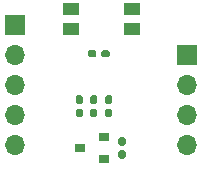
<source format=gbr>
%TF.GenerationSoftware,KiCad,Pcbnew,(5.1.7-0-10_14)*%
%TF.CreationDate,2020-11-09T11:56:13+00:00*%
%TF.ProjectId,STM32G031J6_Breakout,53544d33-3247-4303-9331-4a365f427265,rev?*%
%TF.SameCoordinates,Original*%
%TF.FileFunction,Soldermask,Bot*%
%TF.FilePolarity,Negative*%
%FSLAX46Y46*%
G04 Gerber Fmt 4.6, Leading zero omitted, Abs format (unit mm)*
G04 Created by KiCad (PCBNEW (5.1.7-0-10_14)) date 2020-11-09 11:56:13*
%MOMM*%
%LPD*%
G01*
G04 APERTURE LIST*
%ADD10O,1.700000X1.700000*%
%ADD11R,1.700000X1.700000*%
%ADD12R,0.900000X0.800000*%
%ADD13R,1.450000X1.000000*%
G04 APERTURE END LIST*
D10*
%TO.C,J4*%
X144780000Y-101600000D03*
X144780000Y-99060000D03*
X144780000Y-96520000D03*
D11*
X144780000Y-93980000D03*
%TD*%
D10*
%TO.C,J1*%
X130175000Y-101600000D03*
X130175000Y-99060000D03*
X130175000Y-96520000D03*
X130175000Y-93980000D03*
D11*
X130175000Y-91440000D03*
%TD*%
D12*
%TO.C,U1*%
X135715500Y-101828600D03*
X137715500Y-102778600D03*
X137715500Y-100878600D03*
%TD*%
D13*
%TO.C,SW1*%
X134902500Y-90082000D03*
X140052500Y-90082000D03*
X140052500Y-91782000D03*
X134902500Y-91782000D03*
%TD*%
%TO.C,C5*%
G36*
G01*
X137487000Y-94008000D02*
X137487000Y-93698000D01*
G75*
G02*
X137642000Y-93543000I155000J0D01*
G01*
X138067000Y-93543000D01*
G75*
G02*
X138222000Y-93698000I0J-155000D01*
G01*
X138222000Y-94008000D01*
G75*
G02*
X138067000Y-94163000I-155000J0D01*
G01*
X137642000Y-94163000D01*
G75*
G02*
X137487000Y-94008000I0J155000D01*
G01*
G37*
G36*
G01*
X136352000Y-94008000D02*
X136352000Y-93698000D01*
G75*
G02*
X136507000Y-93543000I155000J0D01*
G01*
X136932000Y-93543000D01*
G75*
G02*
X137087000Y-93698000I0J-155000D01*
G01*
X137087000Y-94008000D01*
G75*
G02*
X136932000Y-94163000I-155000J0D01*
G01*
X136507000Y-94163000D01*
G75*
G02*
X136352000Y-94008000I0J155000D01*
G01*
G37*
%TD*%
%TO.C,C4*%
G36*
G01*
X137957500Y-98498000D02*
X138267500Y-98498000D01*
G75*
G02*
X138422500Y-98653000I0J-155000D01*
G01*
X138422500Y-99078000D01*
G75*
G02*
X138267500Y-99233000I-155000J0D01*
G01*
X137957500Y-99233000D01*
G75*
G02*
X137802500Y-99078000I0J155000D01*
G01*
X137802500Y-98653000D01*
G75*
G02*
X137957500Y-98498000I155000J0D01*
G01*
G37*
G36*
G01*
X137957500Y-97363000D02*
X138267500Y-97363000D01*
G75*
G02*
X138422500Y-97518000I0J-155000D01*
G01*
X138422500Y-97943000D01*
G75*
G02*
X138267500Y-98098000I-155000J0D01*
G01*
X137957500Y-98098000D01*
G75*
G02*
X137802500Y-97943000I0J155000D01*
G01*
X137802500Y-97518000D01*
G75*
G02*
X137957500Y-97363000I155000J0D01*
G01*
G37*
%TD*%
%TO.C,C3*%
G36*
G01*
X136687500Y-98498000D02*
X136997500Y-98498000D01*
G75*
G02*
X137152500Y-98653000I0J-155000D01*
G01*
X137152500Y-99078000D01*
G75*
G02*
X136997500Y-99233000I-155000J0D01*
G01*
X136687500Y-99233000D01*
G75*
G02*
X136532500Y-99078000I0J155000D01*
G01*
X136532500Y-98653000D01*
G75*
G02*
X136687500Y-98498000I155000J0D01*
G01*
G37*
G36*
G01*
X136687500Y-97363000D02*
X136997500Y-97363000D01*
G75*
G02*
X137152500Y-97518000I0J-155000D01*
G01*
X137152500Y-97943000D01*
G75*
G02*
X136997500Y-98098000I-155000J0D01*
G01*
X136687500Y-98098000D01*
G75*
G02*
X136532500Y-97943000I0J155000D01*
G01*
X136532500Y-97518000D01*
G75*
G02*
X136687500Y-97363000I155000J0D01*
G01*
G37*
%TD*%
%TO.C,C2*%
G36*
G01*
X139410500Y-101628600D02*
X139100500Y-101628600D01*
G75*
G02*
X138945500Y-101473600I0J155000D01*
G01*
X138945500Y-101048600D01*
G75*
G02*
X139100500Y-100893600I155000J0D01*
G01*
X139410500Y-100893600D01*
G75*
G02*
X139565500Y-101048600I0J-155000D01*
G01*
X139565500Y-101473600D01*
G75*
G02*
X139410500Y-101628600I-155000J0D01*
G01*
G37*
G36*
G01*
X139410500Y-102763600D02*
X139100500Y-102763600D01*
G75*
G02*
X138945500Y-102608600I0J155000D01*
G01*
X138945500Y-102183600D01*
G75*
G02*
X139100500Y-102028600I155000J0D01*
G01*
X139410500Y-102028600D01*
G75*
G02*
X139565500Y-102183600I0J-155000D01*
G01*
X139565500Y-102608600D01*
G75*
G02*
X139410500Y-102763600I-155000J0D01*
G01*
G37*
%TD*%
%TO.C,C1*%
G36*
G01*
X135791000Y-98098000D02*
X135481000Y-98098000D01*
G75*
G02*
X135326000Y-97943000I0J155000D01*
G01*
X135326000Y-97518000D01*
G75*
G02*
X135481000Y-97363000I155000J0D01*
G01*
X135791000Y-97363000D01*
G75*
G02*
X135946000Y-97518000I0J-155000D01*
G01*
X135946000Y-97943000D01*
G75*
G02*
X135791000Y-98098000I-155000J0D01*
G01*
G37*
G36*
G01*
X135791000Y-99233000D02*
X135481000Y-99233000D01*
G75*
G02*
X135326000Y-99078000I0J155000D01*
G01*
X135326000Y-98653000D01*
G75*
G02*
X135481000Y-98498000I155000J0D01*
G01*
X135791000Y-98498000D01*
G75*
G02*
X135946000Y-98653000I0J-155000D01*
G01*
X135946000Y-99078000D01*
G75*
G02*
X135791000Y-99233000I-155000J0D01*
G01*
G37*
%TD*%
M02*

</source>
